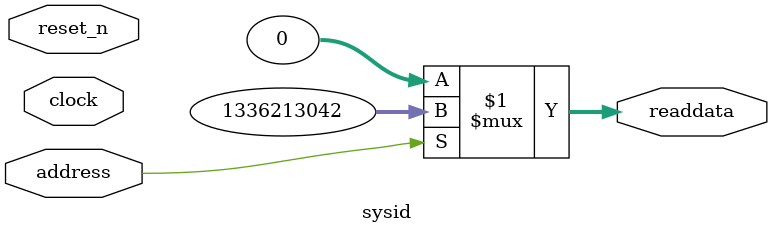
<source format=v>

`timescale 1ns / 1ps
// synthesis translate_on

// turn off superfluous verilog processor warnings 
// altera message_level Level1 
// altera message_off 10034 10035 10036 10037 10230 10240 10030 

module sysid (
               // inputs:
                address,
                clock,
                reset_n,

               // outputs:
                readdata
             )
;

  output  [ 31: 0] readdata;
  input            address;
  input            clock;
  input            reset_n;

  wire    [ 31: 0] readdata;
  //control_slave, which is an e_avalon_slave
  assign readdata = address ? 1336213042 : 0;

endmodule


</source>
